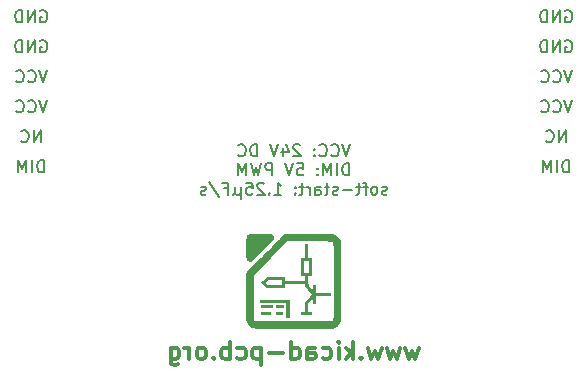
<source format=gbo>
G04 (created by PCBNEW-RS274X (2012-jan-04)-stable) date Sun 11 Nov 2012 12:12:28 AM CET*
G01*
G70*
G90*
%MOIN*%
G04 Gerber Fmt 3.4, Leading zero omitted, Abs format*
%FSLAX34Y34*%
G04 APERTURE LIST*
%ADD10C,0.006000*%
%ADD11C,0.012000*%
%ADD12C,0.008000*%
%ADD13C,0.000100*%
%ADD14C,0.075000*%
%ADD15C,0.160000*%
G04 APERTURE END LIST*
G54D10*
G54D11*
X38418Y-55751D02*
X38305Y-56145D01*
X38192Y-55863D01*
X38080Y-56145D01*
X37967Y-55751D01*
X37799Y-55751D02*
X37686Y-56145D01*
X37573Y-55863D01*
X37461Y-56145D01*
X37348Y-55751D01*
X37180Y-55751D02*
X37067Y-56145D01*
X36954Y-55863D01*
X36842Y-56145D01*
X36729Y-55751D01*
X36504Y-56088D02*
X36476Y-56117D01*
X36504Y-56145D01*
X36532Y-56117D01*
X36504Y-56088D01*
X36504Y-56145D01*
X36223Y-56145D02*
X36223Y-55554D01*
X36167Y-55920D02*
X35998Y-56145D01*
X35998Y-55751D02*
X36223Y-55976D01*
X35745Y-56145D02*
X35745Y-55751D01*
X35745Y-55554D02*
X35773Y-55582D01*
X35745Y-55610D01*
X35717Y-55582D01*
X35745Y-55554D01*
X35745Y-55610D01*
X35211Y-56117D02*
X35267Y-56145D01*
X35380Y-56145D01*
X35436Y-56117D01*
X35464Y-56088D01*
X35492Y-56032D01*
X35492Y-55863D01*
X35464Y-55807D01*
X35436Y-55779D01*
X35380Y-55751D01*
X35267Y-55751D01*
X35211Y-55779D01*
X34704Y-56145D02*
X34704Y-55835D01*
X34732Y-55779D01*
X34788Y-55751D01*
X34901Y-55751D01*
X34957Y-55779D01*
X34704Y-56117D02*
X34760Y-56145D01*
X34901Y-56145D01*
X34957Y-56117D01*
X34985Y-56060D01*
X34985Y-56004D01*
X34957Y-55948D01*
X34901Y-55920D01*
X34760Y-55920D01*
X34704Y-55891D01*
X34169Y-56145D02*
X34169Y-55554D01*
X34169Y-56117D02*
X34225Y-56145D01*
X34338Y-56145D01*
X34394Y-56117D01*
X34422Y-56088D01*
X34450Y-56032D01*
X34450Y-55863D01*
X34422Y-55807D01*
X34394Y-55779D01*
X34338Y-55751D01*
X34225Y-55751D01*
X34169Y-55779D01*
X33887Y-55920D02*
X33437Y-55920D01*
X33155Y-55751D02*
X33155Y-56342D01*
X33155Y-55779D02*
X33099Y-55751D01*
X32986Y-55751D01*
X32930Y-55779D01*
X32902Y-55807D01*
X32874Y-55863D01*
X32874Y-56032D01*
X32902Y-56088D01*
X32930Y-56117D01*
X32986Y-56145D01*
X33099Y-56145D01*
X33155Y-56117D01*
X32367Y-56117D02*
X32423Y-56145D01*
X32536Y-56145D01*
X32592Y-56117D01*
X32620Y-56088D01*
X32648Y-56032D01*
X32648Y-55863D01*
X32620Y-55807D01*
X32592Y-55779D01*
X32536Y-55751D01*
X32423Y-55751D01*
X32367Y-55779D01*
X32113Y-56145D02*
X32113Y-55554D01*
X32113Y-55779D02*
X32057Y-55751D01*
X31944Y-55751D01*
X31888Y-55779D01*
X31860Y-55807D01*
X31832Y-55863D01*
X31832Y-56032D01*
X31860Y-56088D01*
X31888Y-56117D01*
X31944Y-56145D01*
X32057Y-56145D01*
X32113Y-56117D01*
X31578Y-56088D02*
X31550Y-56117D01*
X31578Y-56145D01*
X31606Y-56117D01*
X31578Y-56088D01*
X31578Y-56145D01*
X31213Y-56145D02*
X31269Y-56117D01*
X31297Y-56088D01*
X31325Y-56032D01*
X31325Y-55863D01*
X31297Y-55807D01*
X31269Y-55779D01*
X31213Y-55751D01*
X31128Y-55751D01*
X31072Y-55779D01*
X31044Y-55807D01*
X31016Y-55863D01*
X31016Y-56032D01*
X31044Y-56088D01*
X31072Y-56117D01*
X31128Y-56145D01*
X31213Y-56145D01*
X30762Y-56145D02*
X30762Y-55751D01*
X30762Y-55863D02*
X30734Y-55807D01*
X30706Y-55779D01*
X30650Y-55751D01*
X30593Y-55751D01*
X30143Y-55751D02*
X30143Y-56229D01*
X30171Y-56285D01*
X30199Y-56314D01*
X30256Y-56342D01*
X30340Y-56342D01*
X30396Y-56314D01*
X30143Y-56117D02*
X30199Y-56145D01*
X30312Y-56145D01*
X30368Y-56117D01*
X30396Y-56088D01*
X30424Y-56032D01*
X30424Y-55863D01*
X30396Y-55807D01*
X30368Y-55779D01*
X30312Y-55751D01*
X30199Y-55751D01*
X30143Y-55779D01*
G54D12*
X43304Y-44531D02*
X43342Y-44512D01*
X43399Y-44512D01*
X43457Y-44531D01*
X43495Y-44569D01*
X43514Y-44607D01*
X43533Y-44683D01*
X43533Y-44740D01*
X43514Y-44817D01*
X43495Y-44855D01*
X43457Y-44893D01*
X43399Y-44912D01*
X43361Y-44912D01*
X43304Y-44893D01*
X43285Y-44874D01*
X43285Y-44740D01*
X43361Y-44740D01*
X43114Y-44912D02*
X43114Y-44512D01*
X42885Y-44912D01*
X42885Y-44512D01*
X42695Y-44912D02*
X42695Y-44512D01*
X42600Y-44512D01*
X42542Y-44531D01*
X42504Y-44569D01*
X42485Y-44607D01*
X42466Y-44683D01*
X42466Y-44740D01*
X42485Y-44817D01*
X42504Y-44855D01*
X42542Y-44893D01*
X42600Y-44912D01*
X42695Y-44912D01*
X43533Y-46512D02*
X43400Y-46912D01*
X43266Y-46512D01*
X42904Y-46874D02*
X42923Y-46893D01*
X42980Y-46912D01*
X43018Y-46912D01*
X43076Y-46893D01*
X43114Y-46855D01*
X43133Y-46817D01*
X43152Y-46740D01*
X43152Y-46683D01*
X43133Y-46607D01*
X43114Y-46569D01*
X43076Y-46531D01*
X43018Y-46512D01*
X42980Y-46512D01*
X42923Y-46531D01*
X42904Y-46550D01*
X42504Y-46874D02*
X42523Y-46893D01*
X42580Y-46912D01*
X42618Y-46912D01*
X42676Y-46893D01*
X42714Y-46855D01*
X42733Y-46817D01*
X42752Y-46740D01*
X42752Y-46683D01*
X42733Y-46607D01*
X42714Y-46569D01*
X42676Y-46531D01*
X42618Y-46512D01*
X42580Y-46512D01*
X42523Y-46531D01*
X42504Y-46550D01*
X43304Y-45531D02*
X43342Y-45512D01*
X43399Y-45512D01*
X43457Y-45531D01*
X43495Y-45569D01*
X43514Y-45607D01*
X43533Y-45683D01*
X43533Y-45740D01*
X43514Y-45817D01*
X43495Y-45855D01*
X43457Y-45893D01*
X43399Y-45912D01*
X43361Y-45912D01*
X43304Y-45893D01*
X43285Y-45874D01*
X43285Y-45740D01*
X43361Y-45740D01*
X43114Y-45912D02*
X43114Y-45512D01*
X42885Y-45912D01*
X42885Y-45512D01*
X42695Y-45912D02*
X42695Y-45512D01*
X42600Y-45512D01*
X42542Y-45531D01*
X42504Y-45569D01*
X42485Y-45607D01*
X42466Y-45683D01*
X42466Y-45740D01*
X42485Y-45817D01*
X42504Y-45855D01*
X42542Y-45893D01*
X42600Y-45912D01*
X42695Y-45912D01*
X43533Y-47512D02*
X43400Y-47912D01*
X43266Y-47512D01*
X42904Y-47874D02*
X42923Y-47893D01*
X42980Y-47912D01*
X43018Y-47912D01*
X43076Y-47893D01*
X43114Y-47855D01*
X43133Y-47817D01*
X43152Y-47740D01*
X43152Y-47683D01*
X43133Y-47607D01*
X43114Y-47569D01*
X43076Y-47531D01*
X43018Y-47512D01*
X42980Y-47512D01*
X42923Y-47531D01*
X42904Y-47550D01*
X42504Y-47874D02*
X42523Y-47893D01*
X42580Y-47912D01*
X42618Y-47912D01*
X42676Y-47893D01*
X42714Y-47855D01*
X42733Y-47817D01*
X42752Y-47740D01*
X42752Y-47683D01*
X42733Y-47607D01*
X42714Y-47569D01*
X42676Y-47531D01*
X42618Y-47512D01*
X42580Y-47512D01*
X42523Y-47531D01*
X42504Y-47550D01*
X43428Y-49912D02*
X43428Y-49512D01*
X43333Y-49512D01*
X43275Y-49531D01*
X43237Y-49569D01*
X43218Y-49607D01*
X43199Y-49683D01*
X43199Y-49740D01*
X43218Y-49817D01*
X43237Y-49855D01*
X43275Y-49893D01*
X43333Y-49912D01*
X43428Y-49912D01*
X43028Y-49912D02*
X43028Y-49512D01*
X42838Y-49912D02*
X42838Y-49512D01*
X42704Y-49798D01*
X42571Y-49512D01*
X42571Y-49912D01*
X43314Y-48912D02*
X43314Y-48512D01*
X43085Y-48912D01*
X43085Y-48512D01*
X42666Y-48874D02*
X42685Y-48893D01*
X42742Y-48912D01*
X42780Y-48912D01*
X42838Y-48893D01*
X42876Y-48855D01*
X42895Y-48817D01*
X42914Y-48740D01*
X42914Y-48683D01*
X42895Y-48607D01*
X42876Y-48569D01*
X42838Y-48531D01*
X42780Y-48512D01*
X42742Y-48512D01*
X42685Y-48531D01*
X42666Y-48550D01*
X36138Y-48975D02*
X36005Y-49375D01*
X35871Y-48975D01*
X35509Y-49337D02*
X35528Y-49356D01*
X35585Y-49375D01*
X35623Y-49375D01*
X35681Y-49356D01*
X35719Y-49318D01*
X35738Y-49280D01*
X35757Y-49203D01*
X35757Y-49146D01*
X35738Y-49070D01*
X35719Y-49032D01*
X35681Y-48994D01*
X35623Y-48975D01*
X35585Y-48975D01*
X35528Y-48994D01*
X35509Y-49013D01*
X35109Y-49337D02*
X35128Y-49356D01*
X35185Y-49375D01*
X35223Y-49375D01*
X35281Y-49356D01*
X35319Y-49318D01*
X35338Y-49280D01*
X35357Y-49203D01*
X35357Y-49146D01*
X35338Y-49070D01*
X35319Y-49032D01*
X35281Y-48994D01*
X35223Y-48975D01*
X35185Y-48975D01*
X35128Y-48994D01*
X35109Y-49013D01*
X34938Y-49337D02*
X34919Y-49356D01*
X34938Y-49375D01*
X34957Y-49356D01*
X34938Y-49337D01*
X34938Y-49375D01*
X34938Y-49127D02*
X34919Y-49146D01*
X34938Y-49165D01*
X34957Y-49146D01*
X34938Y-49127D01*
X34938Y-49165D01*
X34462Y-49013D02*
X34443Y-48994D01*
X34405Y-48975D01*
X34309Y-48975D01*
X34271Y-48994D01*
X34252Y-49013D01*
X34233Y-49051D01*
X34233Y-49089D01*
X34252Y-49146D01*
X34481Y-49375D01*
X34233Y-49375D01*
X33890Y-49108D02*
X33890Y-49375D01*
X33986Y-48956D02*
X34081Y-49242D01*
X33833Y-49242D01*
X33738Y-48975D02*
X33605Y-49375D01*
X33471Y-48975D01*
X33033Y-49375D02*
X33033Y-48975D01*
X32938Y-48975D01*
X32880Y-48994D01*
X32842Y-49032D01*
X32823Y-49070D01*
X32804Y-49146D01*
X32804Y-49203D01*
X32823Y-49280D01*
X32842Y-49318D01*
X32880Y-49356D01*
X32938Y-49375D01*
X33033Y-49375D01*
X32404Y-49337D02*
X32423Y-49356D01*
X32480Y-49375D01*
X32518Y-49375D01*
X32576Y-49356D01*
X32614Y-49318D01*
X32633Y-49280D01*
X32652Y-49203D01*
X32652Y-49146D01*
X32633Y-49070D01*
X32614Y-49032D01*
X32576Y-48994D01*
X32518Y-48975D01*
X32480Y-48975D01*
X32423Y-48994D01*
X32404Y-49013D01*
X36099Y-50015D02*
X36099Y-49615D01*
X36004Y-49615D01*
X35946Y-49634D01*
X35908Y-49672D01*
X35889Y-49710D01*
X35870Y-49786D01*
X35870Y-49843D01*
X35889Y-49920D01*
X35908Y-49958D01*
X35946Y-49996D01*
X36004Y-50015D01*
X36099Y-50015D01*
X35699Y-50015D02*
X35699Y-49615D01*
X35509Y-50015D02*
X35509Y-49615D01*
X35375Y-49901D01*
X35242Y-49615D01*
X35242Y-50015D01*
X35052Y-49977D02*
X35033Y-49996D01*
X35052Y-50015D01*
X35071Y-49996D01*
X35052Y-49977D01*
X35052Y-50015D01*
X35052Y-49767D02*
X35033Y-49786D01*
X35052Y-49805D01*
X35071Y-49786D01*
X35052Y-49767D01*
X35052Y-49805D01*
X34366Y-49615D02*
X34557Y-49615D01*
X34576Y-49805D01*
X34557Y-49786D01*
X34519Y-49767D01*
X34423Y-49767D01*
X34385Y-49786D01*
X34366Y-49805D01*
X34347Y-49843D01*
X34347Y-49939D01*
X34366Y-49977D01*
X34385Y-49996D01*
X34423Y-50015D01*
X34519Y-50015D01*
X34557Y-49996D01*
X34576Y-49977D01*
X34233Y-49615D02*
X34100Y-50015D01*
X33966Y-49615D01*
X33528Y-50015D02*
X33528Y-49615D01*
X33375Y-49615D01*
X33337Y-49634D01*
X33318Y-49653D01*
X33299Y-49691D01*
X33299Y-49748D01*
X33318Y-49786D01*
X33337Y-49805D01*
X33375Y-49824D01*
X33528Y-49824D01*
X33166Y-49615D02*
X33071Y-50015D01*
X32994Y-49729D01*
X32918Y-50015D01*
X32823Y-49615D01*
X32671Y-50015D02*
X32671Y-49615D01*
X32537Y-49901D01*
X32404Y-49615D01*
X32404Y-50015D01*
X37358Y-50636D02*
X37320Y-50655D01*
X37244Y-50655D01*
X37205Y-50636D01*
X37186Y-50598D01*
X37186Y-50579D01*
X37205Y-50541D01*
X37244Y-50522D01*
X37301Y-50522D01*
X37339Y-50503D01*
X37358Y-50464D01*
X37358Y-50445D01*
X37339Y-50407D01*
X37301Y-50388D01*
X37244Y-50388D01*
X37205Y-50407D01*
X36958Y-50655D02*
X36996Y-50636D01*
X37015Y-50617D01*
X37034Y-50579D01*
X37034Y-50464D01*
X37015Y-50426D01*
X36996Y-50407D01*
X36958Y-50388D01*
X36900Y-50388D01*
X36862Y-50407D01*
X36843Y-50426D01*
X36824Y-50464D01*
X36824Y-50579D01*
X36843Y-50617D01*
X36862Y-50636D01*
X36900Y-50655D01*
X36958Y-50655D01*
X36710Y-50388D02*
X36558Y-50388D01*
X36653Y-50655D02*
X36653Y-50312D01*
X36634Y-50274D01*
X36596Y-50255D01*
X36558Y-50255D01*
X36481Y-50388D02*
X36329Y-50388D01*
X36424Y-50255D02*
X36424Y-50598D01*
X36405Y-50636D01*
X36367Y-50655D01*
X36329Y-50655D01*
X36195Y-50503D02*
X35890Y-50503D01*
X35719Y-50636D02*
X35681Y-50655D01*
X35605Y-50655D01*
X35566Y-50636D01*
X35547Y-50598D01*
X35547Y-50579D01*
X35566Y-50541D01*
X35605Y-50522D01*
X35662Y-50522D01*
X35700Y-50503D01*
X35719Y-50464D01*
X35719Y-50445D01*
X35700Y-50407D01*
X35662Y-50388D01*
X35605Y-50388D01*
X35566Y-50407D01*
X35433Y-50388D02*
X35281Y-50388D01*
X35376Y-50255D02*
X35376Y-50598D01*
X35357Y-50636D01*
X35319Y-50655D01*
X35281Y-50655D01*
X34975Y-50655D02*
X34975Y-50445D01*
X34994Y-50407D01*
X35032Y-50388D01*
X35109Y-50388D01*
X35147Y-50407D01*
X34975Y-50636D02*
X35013Y-50655D01*
X35109Y-50655D01*
X35147Y-50636D01*
X35166Y-50598D01*
X35166Y-50560D01*
X35147Y-50522D01*
X35109Y-50503D01*
X35013Y-50503D01*
X34975Y-50483D01*
X34785Y-50655D02*
X34785Y-50388D01*
X34785Y-50464D02*
X34766Y-50426D01*
X34747Y-50407D01*
X34709Y-50388D01*
X34670Y-50388D01*
X34594Y-50388D02*
X34442Y-50388D01*
X34537Y-50255D02*
X34537Y-50598D01*
X34518Y-50636D01*
X34480Y-50655D01*
X34442Y-50655D01*
X34308Y-50617D02*
X34289Y-50636D01*
X34308Y-50655D01*
X34327Y-50636D01*
X34308Y-50617D01*
X34308Y-50655D01*
X34308Y-50407D02*
X34289Y-50426D01*
X34308Y-50445D01*
X34327Y-50426D01*
X34308Y-50407D01*
X34308Y-50445D01*
X33603Y-50655D02*
X33832Y-50655D01*
X33718Y-50655D02*
X33718Y-50255D01*
X33756Y-50312D01*
X33794Y-50350D01*
X33832Y-50369D01*
X33432Y-50617D02*
X33413Y-50636D01*
X33432Y-50655D01*
X33451Y-50636D01*
X33432Y-50617D01*
X33432Y-50655D01*
X33261Y-50293D02*
X33242Y-50274D01*
X33204Y-50255D01*
X33108Y-50255D01*
X33070Y-50274D01*
X33051Y-50293D01*
X33032Y-50331D01*
X33032Y-50369D01*
X33051Y-50426D01*
X33280Y-50655D01*
X33032Y-50655D01*
X32670Y-50255D02*
X32861Y-50255D01*
X32880Y-50445D01*
X32861Y-50426D01*
X32823Y-50407D01*
X32727Y-50407D01*
X32689Y-50426D01*
X32670Y-50445D01*
X32651Y-50483D01*
X32651Y-50579D01*
X32670Y-50617D01*
X32689Y-50636D01*
X32727Y-50655D01*
X32823Y-50655D01*
X32861Y-50636D01*
X32880Y-50617D01*
X32480Y-50388D02*
X32480Y-50788D01*
X32289Y-50598D02*
X32270Y-50636D01*
X32232Y-50655D01*
X32480Y-50598D02*
X32461Y-50636D01*
X32423Y-50655D01*
X32346Y-50655D01*
X32308Y-50636D01*
X32289Y-50598D01*
X32289Y-50388D01*
X31927Y-50445D02*
X32061Y-50445D01*
X32061Y-50655D02*
X32061Y-50255D01*
X31870Y-50255D01*
X31432Y-50236D02*
X31775Y-50750D01*
X31318Y-50636D02*
X31280Y-50655D01*
X31204Y-50655D01*
X31165Y-50636D01*
X31146Y-50598D01*
X31146Y-50579D01*
X31165Y-50541D01*
X31204Y-50522D01*
X31261Y-50522D01*
X31299Y-50503D01*
X31318Y-50464D01*
X31318Y-50445D01*
X31299Y-50407D01*
X31261Y-50388D01*
X31204Y-50388D01*
X31165Y-50407D01*
X25814Y-48912D02*
X25814Y-48512D01*
X25585Y-48912D01*
X25585Y-48512D01*
X25166Y-48874D02*
X25185Y-48893D01*
X25242Y-48912D01*
X25280Y-48912D01*
X25338Y-48893D01*
X25376Y-48855D01*
X25395Y-48817D01*
X25414Y-48740D01*
X25414Y-48683D01*
X25395Y-48607D01*
X25376Y-48569D01*
X25338Y-48531D01*
X25280Y-48512D01*
X25242Y-48512D01*
X25185Y-48531D01*
X25166Y-48550D01*
X25928Y-49912D02*
X25928Y-49512D01*
X25833Y-49512D01*
X25775Y-49531D01*
X25737Y-49569D01*
X25718Y-49607D01*
X25699Y-49683D01*
X25699Y-49740D01*
X25718Y-49817D01*
X25737Y-49855D01*
X25775Y-49893D01*
X25833Y-49912D01*
X25928Y-49912D01*
X25528Y-49912D02*
X25528Y-49512D01*
X25338Y-49912D02*
X25338Y-49512D01*
X25204Y-49798D01*
X25071Y-49512D01*
X25071Y-49912D01*
X26033Y-47512D02*
X25900Y-47912D01*
X25766Y-47512D01*
X25404Y-47874D02*
X25423Y-47893D01*
X25480Y-47912D01*
X25518Y-47912D01*
X25576Y-47893D01*
X25614Y-47855D01*
X25633Y-47817D01*
X25652Y-47740D01*
X25652Y-47683D01*
X25633Y-47607D01*
X25614Y-47569D01*
X25576Y-47531D01*
X25518Y-47512D01*
X25480Y-47512D01*
X25423Y-47531D01*
X25404Y-47550D01*
X25004Y-47874D02*
X25023Y-47893D01*
X25080Y-47912D01*
X25118Y-47912D01*
X25176Y-47893D01*
X25214Y-47855D01*
X25233Y-47817D01*
X25252Y-47740D01*
X25252Y-47683D01*
X25233Y-47607D01*
X25214Y-47569D01*
X25176Y-47531D01*
X25118Y-47512D01*
X25080Y-47512D01*
X25023Y-47531D01*
X25004Y-47550D01*
X25804Y-45531D02*
X25842Y-45512D01*
X25899Y-45512D01*
X25957Y-45531D01*
X25995Y-45569D01*
X26014Y-45607D01*
X26033Y-45683D01*
X26033Y-45740D01*
X26014Y-45817D01*
X25995Y-45855D01*
X25957Y-45893D01*
X25899Y-45912D01*
X25861Y-45912D01*
X25804Y-45893D01*
X25785Y-45874D01*
X25785Y-45740D01*
X25861Y-45740D01*
X25614Y-45912D02*
X25614Y-45512D01*
X25385Y-45912D01*
X25385Y-45512D01*
X25195Y-45912D02*
X25195Y-45512D01*
X25100Y-45512D01*
X25042Y-45531D01*
X25004Y-45569D01*
X24985Y-45607D01*
X24966Y-45683D01*
X24966Y-45740D01*
X24985Y-45817D01*
X25004Y-45855D01*
X25042Y-45893D01*
X25100Y-45912D01*
X25195Y-45912D01*
X26033Y-46512D02*
X25900Y-46912D01*
X25766Y-46512D01*
X25404Y-46874D02*
X25423Y-46893D01*
X25480Y-46912D01*
X25518Y-46912D01*
X25576Y-46893D01*
X25614Y-46855D01*
X25633Y-46817D01*
X25652Y-46740D01*
X25652Y-46683D01*
X25633Y-46607D01*
X25614Y-46569D01*
X25576Y-46531D01*
X25518Y-46512D01*
X25480Y-46512D01*
X25423Y-46531D01*
X25404Y-46550D01*
X25004Y-46874D02*
X25023Y-46893D01*
X25080Y-46912D01*
X25118Y-46912D01*
X25176Y-46893D01*
X25214Y-46855D01*
X25233Y-46817D01*
X25252Y-46740D01*
X25252Y-46683D01*
X25233Y-46607D01*
X25214Y-46569D01*
X25176Y-46531D01*
X25118Y-46512D01*
X25080Y-46512D01*
X25023Y-46531D01*
X25004Y-46550D01*
X25804Y-44531D02*
X25842Y-44512D01*
X25899Y-44512D01*
X25957Y-44531D01*
X25995Y-44569D01*
X26014Y-44607D01*
X26033Y-44683D01*
X26033Y-44740D01*
X26014Y-44817D01*
X25995Y-44855D01*
X25957Y-44893D01*
X25899Y-44912D01*
X25861Y-44912D01*
X25804Y-44893D01*
X25785Y-44874D01*
X25785Y-44740D01*
X25861Y-44740D01*
X25614Y-44912D02*
X25614Y-44512D01*
X25385Y-44912D01*
X25385Y-44512D01*
X25195Y-44912D02*
X25195Y-44512D01*
X25100Y-44512D01*
X25042Y-44531D01*
X25004Y-44569D01*
X24985Y-44607D01*
X24966Y-44683D01*
X24966Y-44740D01*
X24985Y-44817D01*
X25004Y-44855D01*
X25042Y-44893D01*
X25100Y-44912D01*
X25195Y-44912D01*
G54D13*
G36*
X35828Y-54846D02*
X35818Y-54880D01*
X35800Y-54932D01*
X35774Y-54977D01*
X35742Y-55018D01*
X35704Y-55053D01*
X35660Y-55081D01*
X35610Y-55103D01*
X35592Y-55109D01*
X35579Y-55113D01*
X35579Y-53543D01*
X35579Y-53406D01*
X35579Y-53277D01*
X35579Y-53157D01*
X35579Y-53044D01*
X35578Y-52940D01*
X35578Y-52843D01*
X35578Y-52754D01*
X35578Y-52674D01*
X35578Y-52600D01*
X35578Y-52535D01*
X35577Y-52476D01*
X35577Y-52426D01*
X35577Y-52382D01*
X35576Y-52345D01*
X35576Y-52315D01*
X35575Y-52293D01*
X35575Y-52277D01*
X35575Y-52267D01*
X35574Y-52264D01*
X35564Y-52248D01*
X35549Y-52232D01*
X35533Y-52222D01*
X35530Y-52221D01*
X35525Y-52221D01*
X35517Y-52220D01*
X35506Y-52219D01*
X35492Y-52219D01*
X35474Y-52218D01*
X35453Y-52218D01*
X35426Y-52218D01*
X35395Y-52217D01*
X35359Y-52217D01*
X35318Y-52217D01*
X35270Y-52217D01*
X35216Y-52217D01*
X35156Y-52216D01*
X35089Y-52216D01*
X35015Y-52216D01*
X34933Y-52216D01*
X34843Y-52216D01*
X34780Y-52216D01*
X34041Y-52216D01*
X33483Y-52774D01*
X32925Y-53332D01*
X32925Y-54070D01*
X32925Y-54175D01*
X32925Y-54272D01*
X32925Y-54360D01*
X32926Y-54441D01*
X32926Y-54513D01*
X32926Y-54577D01*
X32926Y-54633D01*
X32927Y-54682D01*
X32927Y-54723D01*
X32927Y-54757D01*
X32928Y-54784D01*
X32929Y-54803D01*
X32929Y-54816D01*
X32930Y-54821D01*
X32930Y-54821D01*
X32939Y-54838D01*
X32954Y-54853D01*
X32970Y-54864D01*
X32972Y-54864D01*
X32977Y-54865D01*
X32985Y-54865D01*
X32995Y-54866D01*
X33009Y-54866D01*
X33026Y-54867D01*
X33047Y-54867D01*
X33072Y-54867D01*
X33101Y-54868D01*
X33135Y-54868D01*
X33174Y-54868D01*
X33217Y-54868D01*
X33266Y-54869D01*
X33321Y-54869D01*
X33381Y-54869D01*
X33448Y-54869D01*
X33520Y-54869D01*
X33600Y-54869D01*
X33686Y-54869D01*
X33780Y-54869D01*
X33881Y-54869D01*
X33990Y-54870D01*
X34107Y-54870D01*
X34232Y-54870D01*
X34251Y-54870D01*
X34388Y-54870D01*
X34517Y-54870D01*
X34638Y-54870D01*
X34750Y-54869D01*
X34855Y-54869D01*
X34951Y-54869D01*
X35040Y-54869D01*
X35121Y-54869D01*
X35194Y-54869D01*
X35260Y-54869D01*
X35318Y-54868D01*
X35369Y-54868D01*
X35413Y-54868D01*
X35449Y-54867D01*
X35479Y-54867D01*
X35502Y-54866D01*
X35518Y-54866D01*
X35528Y-54866D01*
X35530Y-54865D01*
X35547Y-54855D01*
X35563Y-54840D01*
X35573Y-54824D01*
X35573Y-54822D01*
X35574Y-54817D01*
X35574Y-54810D01*
X35575Y-54800D01*
X35575Y-54788D01*
X35576Y-54772D01*
X35576Y-54752D01*
X35577Y-54729D01*
X35577Y-54702D01*
X35577Y-54670D01*
X35577Y-54634D01*
X35578Y-54593D01*
X35578Y-54547D01*
X35578Y-54496D01*
X35578Y-54438D01*
X35578Y-54375D01*
X35578Y-54306D01*
X35578Y-54230D01*
X35579Y-54148D01*
X35579Y-54058D01*
X35579Y-53961D01*
X35579Y-53857D01*
X35579Y-53745D01*
X35579Y-53624D01*
X35579Y-53543D01*
X35579Y-55113D01*
X35560Y-55119D01*
X34271Y-55120D01*
X34167Y-55120D01*
X34065Y-55120D01*
X33964Y-55120D01*
X33867Y-55120D01*
X33773Y-55120D01*
X33682Y-55120D01*
X33595Y-55120D01*
X33512Y-55120D01*
X33433Y-55119D01*
X33359Y-55119D01*
X33290Y-55119D01*
X33227Y-55119D01*
X33170Y-55119D01*
X33118Y-55119D01*
X33073Y-55119D01*
X33035Y-55118D01*
X33004Y-55118D01*
X32981Y-55118D01*
X32965Y-55118D01*
X32958Y-55117D01*
X32957Y-55117D01*
X32907Y-55107D01*
X32860Y-55090D01*
X32817Y-55065D01*
X32778Y-55034D01*
X32744Y-54996D01*
X32716Y-54954D01*
X32694Y-54906D01*
X32685Y-54880D01*
X32676Y-54846D01*
X32676Y-54048D01*
X32676Y-53251D01*
X32687Y-53228D01*
X32689Y-53224D01*
X32693Y-53219D01*
X32698Y-53213D01*
X32706Y-53204D01*
X32716Y-53193D01*
X32728Y-53180D01*
X32743Y-53164D01*
X32761Y-53146D01*
X32782Y-53124D01*
X32806Y-53099D01*
X32834Y-53071D01*
X32866Y-53038D01*
X32902Y-53002D01*
X32943Y-52961D01*
X32988Y-52916D01*
X33038Y-52866D01*
X33093Y-52811D01*
X33153Y-52751D01*
X33218Y-52685D01*
X33290Y-52613D01*
X33308Y-52595D01*
X33381Y-52522D01*
X33449Y-52455D01*
X33511Y-52393D01*
X33567Y-52336D01*
X33619Y-52285D01*
X33666Y-52239D01*
X33708Y-52197D01*
X33745Y-52160D01*
X33779Y-52127D01*
X33808Y-52097D01*
X33834Y-52072D01*
X33856Y-52051D01*
X33876Y-52032D01*
X33892Y-52017D01*
X33905Y-52004D01*
X33916Y-51994D01*
X33925Y-51987D01*
X33931Y-51981D01*
X33936Y-51978D01*
X33939Y-51976D01*
X33960Y-51967D01*
X34757Y-51967D01*
X35555Y-51967D01*
X35589Y-51976D01*
X35641Y-51995D01*
X35686Y-52021D01*
X35727Y-52053D01*
X35761Y-52091D01*
X35790Y-52134D01*
X35811Y-52184D01*
X35818Y-52206D01*
X35828Y-52240D01*
X35828Y-53543D01*
X35828Y-54846D01*
X35828Y-54846D01*
X35828Y-54846D01*
G37*
G36*
X33596Y-52093D02*
X33592Y-52123D01*
X33582Y-52151D01*
X33577Y-52159D01*
X33573Y-52164D01*
X33563Y-52175D01*
X33547Y-52191D01*
X33527Y-52212D01*
X33502Y-52237D01*
X33474Y-52266D01*
X33441Y-52299D01*
X33405Y-52335D01*
X33367Y-52374D01*
X33326Y-52415D01*
X33282Y-52459D01*
X33237Y-52504D01*
X33219Y-52522D01*
X33164Y-52577D01*
X33114Y-52627D01*
X33070Y-52671D01*
X33031Y-52710D01*
X32996Y-52744D01*
X32966Y-52773D01*
X32941Y-52798D01*
X32919Y-52819D01*
X32901Y-52836D01*
X32886Y-52850D01*
X32874Y-52860D01*
X32865Y-52868D01*
X32858Y-52873D01*
X32854Y-52876D01*
X32853Y-52877D01*
X32828Y-52884D01*
X32802Y-52888D01*
X32778Y-52886D01*
X32775Y-52886D01*
X32746Y-52876D01*
X32720Y-52860D01*
X32700Y-52839D01*
X32697Y-52835D01*
X32693Y-52828D01*
X32689Y-52823D01*
X32686Y-52816D01*
X32683Y-52809D01*
X32681Y-52801D01*
X32679Y-52791D01*
X32678Y-52779D01*
X32676Y-52763D01*
X32675Y-52744D01*
X32675Y-52720D01*
X32674Y-52692D01*
X32674Y-52659D01*
X32674Y-52619D01*
X32674Y-52574D01*
X32674Y-52521D01*
X32674Y-52460D01*
X32674Y-52416D01*
X32674Y-52353D01*
X32675Y-52297D01*
X32675Y-52249D01*
X32675Y-52208D01*
X32676Y-52173D01*
X32676Y-52144D01*
X32676Y-52120D01*
X32677Y-52101D01*
X32677Y-52085D01*
X32678Y-52073D01*
X32679Y-52064D01*
X32680Y-52057D01*
X32681Y-52052D01*
X32682Y-52048D01*
X32683Y-52044D01*
X32684Y-52043D01*
X32701Y-52015D01*
X32721Y-51994D01*
X32746Y-51979D01*
X32771Y-51970D01*
X32777Y-51969D01*
X32784Y-51968D01*
X32793Y-51968D01*
X32805Y-51967D01*
X32821Y-51966D01*
X32840Y-51966D01*
X32863Y-51965D01*
X32892Y-51965D01*
X32926Y-51965D01*
X32966Y-51965D01*
X33013Y-51965D01*
X33067Y-51965D01*
X33129Y-51965D01*
X33150Y-51965D01*
X33504Y-51967D01*
X33523Y-51976D01*
X33545Y-51990D01*
X33565Y-52008D01*
X33581Y-52028D01*
X33584Y-52035D01*
X33593Y-52063D01*
X33596Y-52093D01*
X33596Y-52093D01*
X33596Y-52093D01*
G37*
G36*
X34112Y-54763D02*
X34009Y-54763D01*
X34009Y-54277D01*
X33117Y-54277D01*
X33117Y-54174D01*
X34112Y-54174D01*
X34112Y-54763D01*
X34112Y-54763D01*
X34112Y-54763D01*
G37*
G36*
X33497Y-54682D02*
X33147Y-54682D01*
X33147Y-54580D01*
X33497Y-54580D01*
X33497Y-54682D01*
X33497Y-54682D01*
X33497Y-54682D01*
G37*
G36*
X33907Y-54678D02*
X33647Y-54678D01*
X33647Y-54575D01*
X33907Y-54575D01*
X33907Y-54678D01*
X33907Y-54678D01*
X33907Y-54678D01*
G37*
G36*
X35489Y-54025D02*
X35244Y-54025D01*
X34998Y-54025D01*
X34998Y-54157D01*
X34998Y-54289D01*
X34947Y-54289D01*
X34896Y-54289D01*
X34895Y-54198D01*
X34894Y-54107D01*
X34814Y-54191D01*
X34734Y-54274D01*
X34734Y-54425D01*
X34734Y-54575D01*
X34793Y-54575D01*
X34853Y-54575D01*
X34853Y-54627D01*
X34853Y-54678D01*
X34674Y-54678D01*
X34495Y-54678D01*
X34495Y-54627D01*
X34495Y-54575D01*
X34563Y-54575D01*
X34631Y-54575D01*
X34632Y-54410D01*
X34632Y-54373D01*
X34632Y-54338D01*
X34633Y-54307D01*
X34633Y-54280D01*
X34634Y-54258D01*
X34634Y-54243D01*
X34635Y-54236D01*
X34635Y-54235D01*
X34638Y-54230D01*
X34647Y-54219D01*
X34660Y-54204D01*
X34677Y-54185D01*
X34698Y-54163D01*
X34720Y-54139D01*
X34738Y-54120D01*
X34763Y-54094D01*
X34786Y-54069D01*
X34808Y-54047D01*
X34826Y-54027D01*
X34841Y-54011D01*
X34852Y-53999D01*
X34856Y-53995D01*
X34874Y-53975D01*
X34766Y-53864D01*
X34741Y-53837D01*
X34717Y-53813D01*
X34696Y-53791D01*
X34678Y-53771D01*
X34663Y-53756D01*
X34653Y-53745D01*
X34649Y-53740D01*
X34645Y-53733D01*
X34642Y-53725D01*
X34641Y-53714D01*
X34640Y-53697D01*
X34640Y-53682D01*
X34640Y-53636D01*
X34303Y-53636D01*
X33967Y-53636D01*
X33967Y-53700D01*
X33967Y-53764D01*
X33864Y-53764D01*
X33864Y-53662D01*
X33864Y-53587D01*
X33864Y-53514D01*
X33630Y-53514D01*
X33397Y-53514D01*
X33356Y-53550D01*
X33341Y-53564D01*
X33328Y-53576D01*
X33320Y-53585D01*
X33316Y-53589D01*
X33316Y-53590D01*
X33319Y-53593D01*
X33327Y-53601D01*
X33339Y-53613D01*
X33354Y-53626D01*
X33355Y-53627D01*
X33395Y-53662D01*
X33630Y-53662D01*
X33864Y-53662D01*
X33864Y-53764D01*
X33660Y-53764D01*
X33354Y-53764D01*
X33258Y-53681D01*
X33234Y-53659D01*
X33212Y-53640D01*
X33193Y-53622D01*
X33178Y-53608D01*
X33167Y-53598D01*
X33162Y-53592D01*
X33162Y-53591D01*
X33165Y-53587D01*
X33174Y-53578D01*
X33187Y-53565D01*
X33205Y-53548D01*
X33225Y-53530D01*
X33248Y-53508D01*
X33258Y-53499D01*
X33354Y-53411D01*
X33660Y-53411D01*
X33967Y-53411D01*
X33967Y-53473D01*
X33967Y-53535D01*
X34303Y-53535D01*
X34640Y-53535D01*
X34640Y-53447D01*
X34640Y-53360D01*
X34572Y-53360D01*
X34503Y-53360D01*
X34503Y-53066D01*
X34503Y-52771D01*
X34567Y-52771D01*
X34631Y-52771D01*
X34631Y-52532D01*
X34631Y-52293D01*
X34683Y-52293D01*
X34734Y-52293D01*
X34734Y-52532D01*
X34734Y-52771D01*
X34798Y-52771D01*
X34862Y-52771D01*
X34862Y-53066D01*
X34862Y-53360D01*
X34802Y-53360D01*
X34759Y-53360D01*
X34759Y-53258D01*
X34759Y-53066D01*
X34759Y-52874D01*
X34683Y-52874D01*
X34606Y-52874D01*
X34606Y-53066D01*
X34606Y-53258D01*
X34683Y-53258D01*
X34759Y-53258D01*
X34759Y-53360D01*
X34742Y-53360D01*
X34742Y-53525D01*
X34743Y-53690D01*
X34819Y-53769D01*
X34896Y-53848D01*
X34896Y-53759D01*
X34896Y-53671D01*
X34947Y-53671D01*
X34998Y-53671D01*
X34998Y-53796D01*
X34998Y-53922D01*
X35244Y-53922D01*
X35489Y-53922D01*
X35489Y-53974D01*
X35489Y-54025D01*
X35489Y-54025D01*
X35489Y-54025D01*
G37*
G36*
X33565Y-54435D02*
X33147Y-54435D01*
X33147Y-54332D01*
X33565Y-54332D01*
X33565Y-54435D01*
X33565Y-54435D01*
X33565Y-54435D01*
G37*
G36*
X33941Y-54435D02*
X33647Y-54435D01*
X33647Y-54332D01*
X33941Y-54332D01*
X33941Y-54435D01*
X33941Y-54435D01*
X33941Y-54435D01*
G37*
%LPC*%
G54D14*
X41535Y-47744D03*
X41535Y-46744D03*
X41535Y-48744D03*
X41535Y-49744D03*
X41535Y-45744D03*
X41535Y-44744D03*
X26969Y-46744D03*
X26969Y-47744D03*
X26969Y-45744D03*
X26969Y-44744D03*
X26969Y-48744D03*
X26969Y-49744D03*
G54D15*
X25984Y-55512D03*
X42520Y-55512D03*
X42520Y-38976D03*
X25984Y-38976D03*
M02*

</source>
